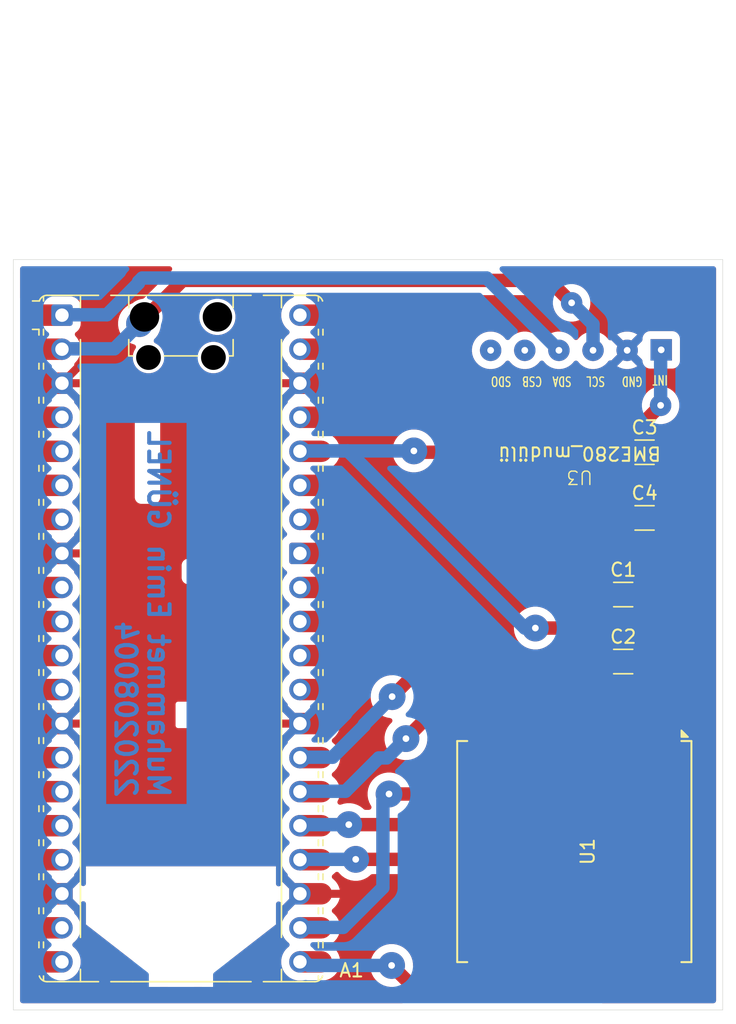
<source format=kicad_pcb>
(kicad_pcb (version 20241229) (generator "pcbnew") (generator_version "9.0")
  (layers (0 "F.Cu" signal "Front") (4 "In1.Cu" signal) (6 "In2.Cu" signal) (2 "B.Cu" signal "Back") (13 "F.Paste" user) (15 "B.Paste" user) (5 "F.SilkS" user "F.Silkscreen") (7 "B.SilkS" user "B.Silkscreen") (1 "F.Mask" user) (3 "B.Mask" user) (25 "Edge.Cuts" user))
  (net 0 "")
  (net 3 "Net-(A1-GPIO18)")
  (net 5 "GND")
  (net 8 "Net-(A1-GPIO16)")
  (net 10 "Net-(A1-GPIO20)")
  (net 12 "Net-(A1-GPIO21)")
  (net 13 "3.3V")
  (net 14 "Net-(A1-GPIO19)")
  (net 17 "Net-(A1-GPIO17)")
  (net 19 "Net-(A1-GPIO1)")
  (net 22 "Net-(A1-GPIO0)")
  (footprint "LibraryBME280:Untitled" (layer "F.Cu") (at 153.399 69.294153 180)
    (property "Reference" "U3" (at -3.05 -0.87 180) (layer "F.SilkS") (effects (font (thickness 0.1))))
    (property "Value" "BME280_mudülü" (at -3.05 0.9 180) (layer "F.SilkS"))
    (fp_text user "CSB" (at -0.3 6.7 180) (layer "F.SilkS") (effects (font (size 0.7 0.5) (thickness 0.1)) (justify left bottom)))
    (fp_text user "SDA" (at -2.5 6.7 180) (layer "F.SilkS") (effects (font (size 0.7 0.5) (thickness 0.1)) (justify left bottom)))
    (fp_text user "GND" (at -7.8 6.7 180) (layer "F.SilkS") (effects (font (size 0.7 0.5) (thickness 0.1)) (justify left bottom)))
    (fp_text user "SCL" (at -5 6.7 180) (layer "F.SilkS") (effects (font (size 0.7 0.5) (thickness 0.1)) (justify left bottom)))
    (fp_text user "INT" (at -9.7 6.8 180) (layer "F.SilkS") (effects (font (size 0.7 0.5) (thickness 0.1)) (justify left bottom)))
    (fp_text user "SDO" (at 2 6.7 180) (layer "F.SilkS") (effects (font (size 0.7 0.5) (thickness 0.1)) (justify left bottom)))
    (pad "1" thru_hole rect (at -9.144 8.636 270) (size 1.6 1.6) (drill 0.5) (layers "*.Cu" "*.Mask") (net 13 "3.3V"))
    (pad "2" thru_hole circle (at -4.05 8.6 270) (size 1.6 1.6) (drill 0.5) (layers "*.Cu" "*.Mask") (net 19 "Net-(A1-GPIO1)"))
    (pad "3" thru_hole circle (at -1.5 8.6 270) (size 1.6 1.6) (drill 0.5) (layers "*.Cu" "*.Mask") (net 22 "Net-(A1-GPIO0)"))
    (pad "4" thru_hole circle (at 3.6 8.6 270) (size 1.6 1.6) (drill 0.5) (layers "*.Cu" "*.Mask"))
    (pad "5" thru_hole circle (at 1.05 8.6 270) (size 1.6 1.6) (drill 0.5) (layers "*.Cu" "*.Mask"))
    (pad "6" thru_hole circle (at -6.6 8.6 270) (size 1.6 1.6) (drill 0.5) (layers "*.Cu" "*.Mask") (net 5 "GND"))
  )
  (footprint "Capacitor_SMD:C_1206_3216Metric_Pad1.33x1.80mm_HandSolder" (layer "F.Cu") (at 159.7025 78.92)
    (property "Reference" "C1" (at 0 -1.85 0) (layer "F.SilkS"))
    (property "Value" "100n")
    (pad "1" smd roundrect (at -1.5625 0) (size 1.325 1.8) (layers "F.Cu" "F.Mask" "F.Paste") (roundrect_rratio 0.188679) (net 13 "3.3V"))
    (pad "2" smd roundrect (at 1.5625 0) (size 1.325 1.8) (layers "F.Cu" "F.Mask" "F.Paste") (roundrect_rratio 0.188679) (net 5 "GND"))
  )
  (footprint "Capacitor_SMD:C_1206_3216Metric_Pad1.33x1.80mm_HandSolder" (layer "F.Cu") (at 161.3 68.3)
    (property "Reference" "C3" (at 0 -1.85 0) (layer "F.SilkS"))
    (property "Value" "100n")
    (pad "1" smd roundrect (at -1.5625 0) (size 1.325 1.8) (layers "F.Cu" "F.Mask" "F.Paste") (roundrect_rratio 0.188679) (net 13 "3.3V"))
    (pad "2" smd roundrect (at 1.5625 0) (size 1.325 1.8) (layers "F.Cu" "F.Mask" "F.Paste") (roundrect_rratio 0.188679) (net 5 "GND"))
  )
  (footprint "Module:RaspberryPi_Pico_Common_Unspecified" (layer "F.Cu") (at 126.66 82.2)
    (property "Reference" "A1" (at 11.7475 24.765 0) (layer "F.SilkS") (effects (justify left)))
    (property "Value" "RaspberryPi_Pico_W")
    (pad "" np_thru_hole circle (at -2.725 -24) (size 2.2 2.2) (drill 2.2) (layers "*.Mask"))
    (pad "" np_thru_hole circle (at -2.425 -20.97) (size 1.85 1.85) (drill 1.85) (layers "*.Mask"))
    (pad "" np_thru_hole circle (at 2.425 -20.97) (size 1.85 1.85) (drill 1.85) (layers "*.Mask"))
    (pad "" np_thru_hole circle (at 2.725 -24) (size 2.2 2.2) (drill 2.2) (layers "*.Mask"))
    (pad "1" smd custom (at -9.69 -24.13) (size 1.6 0.8) (layers "F.Cu" "F.Mask") (net 22 "Net-(A1-GPIO0)") (options (clearance outline) (anchor rect)) (primitives (gr_circle (center 0.8 0) (end 1.6 0) (width 0) (fill yes)) (gr_poly (pts (xy -1.6 -0.6) (xy -1.6 0.6) (xy -1.4 0.8) (xy 0.8 0.8) (xy 0.8 -0.8) (xy -1.4 -0.8)) (width 0) (fill yes)) (gr_circle (center -1.4 -0.6) (end -1.2 -0.6) (width 0) (fill yes)) (gr_circle (center -1.4 0.6) (end -1.2 0.6) (width 0) (fill yes))))
    (pad "1" thru_hole roundrect (at -8.89 -24.13) (size 1.6 1.6) (drill 1) (layers "*.Cu" "*.Mask") (roundrect_rratio 0.125) (net 22 "Net-(A1-GPIO0)"))
    (pad "2" smd roundrect (at -9.69 -21.59) (size 3.2 1.6) (layers "F.Cu" "F.Mask") (roundrect_rratio 0.5) (net 19 "Net-(A1-GPIO1)"))
    (pad "2" thru_hole circle (at -8.89 -21.59) (size 1.6 1.6) (drill 1) (layers "*.Cu" "*.Mask") (net 19 "Net-(A1-GPIO1)"))
    (pad "3" smd custom (at -9.69 -19.05) (size 1.6 0.8) (layers "F.Cu" "F.Mask") (net 5 "GND") (options (clearance outline) (anchor rect)) (primitives (gr_circle (center -0.8 0) (end 0 0) (width 0) (fill yes)) (gr_poly (pts (xy 1.6 -0.6) (xy 1.6 0.6) (xy 1.4 0.8) (xy -0.8 0.8) (xy -0.8 -0.8) (xy 1.4 -0.8)) (width 0) (fill yes)) (gr_circle (center 1.4 -0.6) (end 1.6 -0.6) (width 0) (fill yes)) (gr_circle (center 1.4 0.6) (end 1.6 0.6) (width 0) (fill yes))))
    (pad "3" thru_hole custom (at -8.89 -19.05) (size 1.6 1.6) (drill 1) (layers "*.Cu" "*.Mask") (net 5 "GND") (options (clearance outline) (anchor circle)) (primitives (gr_poly (pts (xy 0.8 0.6) (xy 0.8 -0.6) (xy 0.6 -0.8) (xy 0 -0.8) (xy 0 0.8) (xy 0.6 0.8)) (width 0) (fill yes)) (gr_circle (center 0.6 0.6) (end 0.8 0.6) (width 0) (fill yes)) (gr_circle (center 0.6 -0.6) (end 0.8 -0.6) (width 0) (fill yes))))
    (pad "4" smd roundrect (at -9.69 -16.51) (size 3.2 1.6) (layers "F.Cu" "F.Mask") (roundrect_rratio 0.5))
    (pad "4" thru_hole circle (at -8.89 -16.51) (size 1.6 1.6) (drill 1) (layers "*.Cu" "*.Mask"))
    (pad "5" smd roundrect (at -9.69 -13.97) (size 3.2 1.6) (layers "F.Cu" "F.Mask") (roundrect_rratio 0.5))
    (pad "5" thru_hole circle (at -8.89 -13.97) (size 1.6 1.6) (drill 1) (layers "*.Cu" "*.Mask"))
    (pad "6" smd roundrect (at -9.69 -11.43) (size 3.2 1.6) (layers "F.Cu" "F.Mask") (roundrect_rratio 0.5))
    (pad "6" thru_hole circle (at -8.89 -11.43) (size 1.6 1.6) (drill 1) (layers "*.Cu" "*.Mask"))
    (pad "7" smd roundrect (at -9.69 -8.89) (size 3.2 1.6) (layers "F.Cu" "F.Mask") (roundrect_rratio 0.5))
    (pad "7" thru_hole circle (at -8.89 -8.89) (size 1.6 1.6) (drill 1) (layers "*.Cu" "*.Mask"))
    (pad "8" smd custom (at -9.69 -6.35) (size 1.6 0.8) (layers "F.Cu" "F.Mask") (net 5 "GND") (options (clearance outline) (anchor rect)) (primitives (gr_circle (center -0.8 0) (end 0 0) (width 0) (fill yes)) (gr_poly (pts (xy 1.6 -0.6) (xy 1.6 0.6) (xy 1.4 0.8) (xy -0.8 0.8) (xy -0.8 -0.8) (xy 1.4 -0.8)) (width 0) (fill yes)) (gr_circle (center 1.4 -0.6) (end 1.6 -0.6) (width 0) (fill yes)) (gr_circle (center 1.4 0.6) (end 1.6 0.6) (width 0) (fill yes))))
    (pad "8" thru_hole custom (at -8.89 -6.35) (size 1.6 1.6) (drill 1) (layers "*.Cu" "*.Mask") (net 5 "GND") (options (clearance outline) (anchor circle)) (primitives (gr_poly (pts (xy 0.8 0.6) (xy 0.8 -0.6) (xy 0.6 -0.8) (xy 0 -0.8) (xy 0 0.8) (xy 0.6 0.8)) (width 0) (fill yes)) (gr_circle (center 0.6 0.6) (end 0.8 0.6) (width 0) (fill yes)) (gr_circle (center 0.6 -0.6) (end 0.8 -0.6) (width 0) (fill yes))))
    (pad "9" smd roundrect (at -9.69 -3.81) (size 3.2 1.6) (layers "F.Cu" "F.Mask") (roundrect_rratio 0.5))
    (pad "9" thru_hole circle (at -8.89 -3.81) (size 1.6 1.6) (drill 1) (layers "*.Cu" "*.Mask"))
    (pad "10" smd roundrect (at -9.69 -1.27) (size 3.2 1.6) (layers "F.Cu" "F.Mask") (roundrect_rratio 0.5))
    (pad "10" thru_hole circle (at -8.89 -1.27) (size 1.6 1.6) (drill 1) (layers "*.Cu" "*.Mask"))
    (pad "11" smd roundrect (at -9.69 1.27) (size 3.2 1.6) (layers "F.Cu" "F.Mask") (roundrect_rratio 0.5))
    (pad "11" thru_hole circle (at -8.89 1.27) (size 1.6 1.6) (drill 1) (layers "*.Cu" "*.Mask"))
    (pad "12" smd roundrect (at -9.69 3.81) (size 3.2 1.6) (layers "F.Cu" "F.Mask") (roundrect_rratio 0.5))
    (pad "12" thru_hole circle (at -8.89 3.81) (size 1.6 1.6) (drill 1) (layers "*.Cu" "*.Mask"))
    (pad "13" smd custom (at -9.69 6.35) (size 1.6 0.8) (layers "F.Cu" "F.Mask") (net 5 "GND") (options (clearance outline) (anchor rect)) (primitives (gr_circle (center -0.8 0) (end 0 0) (width 0) (fill yes)) (gr_poly (pts (xy 1.6 -0.6) (xy 1.6 0.6) (xy 1.4 0.8) (xy -0.8 0.8) (xy -0.8 -0.8) (xy 1.4 -0.8)) (width 0) (fill yes)) (gr_circle (center 1.4 -0.6) (end 1.6 -0.6) (width 0) (fill yes)) (gr_circle (center 1.4 0.6) (end 1.6 0.6) (width 0) (fill yes))))
    (pad "13" thru_hole custom (at -8.89 6.35) (size 1.6 1.6) (drill 1) (layers "*.Cu" "*.Mask") (net 5 "GND") (options (clearance outline) (anchor circle)) (primitives (gr_poly (pts (xy 0.8 0.6) (xy 0.8 -0.6) (xy 0.6 -0.8) (xy 0 -0.8) (xy 0 0.8) (xy 0.6 0.8)) (width 0) (fill yes)) (gr_circle (center 0.6 0.6) (end 0.8 0.6) (width 0) (fill yes)) (gr_circle (center 0.6 -0.6) (end 0.8 -0.6) (width 0) (fill yes))))
    (pad "14" smd roundrect (at -9.69 8.89) (size 3.2 1.6) (layers "F.Cu" "F.Mask") (roundrect_rratio 0.5))
    (pad "14" thru_hole circle (at -8.89 8.89) (size 1.6 1.6) (drill 1) (layers "*.Cu" "*.Mask"))
    (pad "15" smd roundrect (at -9.69 11.43) (size 3.2 1.6) (layers "F.Cu" "F.Mask") (roundrect_rratio 0.5))
    (pad "15" thru_hole circle (at -8.89 11.43) (size 1.6 1.6) (drill 1) (layers "*.Cu" "*.Mask"))
    (pad "16" smd roundrect (at -9.69 13.97) (size 3.2 1.6) (layers "F.Cu" "F.Mask") (roundrect_rratio 0.5))
    (pad "16" thru_hole circle (at -8.89 13.97) (size 1.6 1.6) (drill 1) (layers "*.Cu" "*.Mask"))
    (pad "17" smd roundrect (at -9.69 16.51) (size 3.2 1.6) (layers "F.Cu" "F.Mask") (roundrect_rratio 0.5))
    (pad "17" thru_hole circle (at -8.89 16.51) (size 1.6 1.6) (drill 1) (layers "*.Cu" "*.Mask"))
    (pad "18" smd custom (at -9.69 19.05) (size 1.6 0.8) (layers "F.Cu" "F.Mask") (net 5 "GND") (options (clearance outline) (anchor rect)) (primitives (gr_circle (center -0.8 0) (end 0 0) (width 0) (fill yes)) (gr_poly (pts (xy 1.6 -0.6) (xy 1.6 0.6) (xy 1.4 0.8) (xy -0.8 0.8) (xy -0.8 -0.8) (xy 1.4 -0.8)) (width 0) (fill yes)) (gr_circle (center 1.4 -0.6) (end 1.6 -0.6) (width 0) (fill yes)) (gr_circle (center 1.4 0.6) (end 1.6 0.6) (width 0) (fill yes))))
    (pad "18" thru_hole custom (at -8.89 19.05) (size 1.6 1.6) (drill 1) (layers "*.Cu" "*.Mask") (net 5 "GND") (options (clearance outline) (anchor circle)) (primitives (gr_poly (pts (xy 0.8 0.6) (xy 0.8 -0.6) (xy 0.6 -0.8) (xy 0 -0.8) (xy 0 0.8) (xy 0.6 0.8)) (width 0) (fill yes)) (gr_circle (center 0.6 0.6) (end 0.8 0.6) (width 0) (fill yes)) (gr_circle (center 0.6 -0.6) (end 0.8 -0.6) (width 0) (fill yes))))
    (pad "19" smd roundrect (at -9.69 21.59) (size 3.2 1.6) (layers "F.Cu" "F.Mask") (roundrect_rratio 0.5))
    (pad "19" thru_hole circle (at -8.89 21.59) (size 1.6 1.6) (drill 1) (layers "*.Cu" "*.Mask"))
    (pad "20" smd roundrect (at -9.69 24.13) (size 3.2 1.6) (layers "F.Cu" "F.Mask") (roundrect_rratio 0.5))
    (pad "20" thru_hole circle (at -8.89 24.13) (size 1.6 1.6) (drill 1) (layers "*.Cu" "*.Mask"))
    (pad "21" thru_hole circle (at 8.89 24.13) (size 1.6 1.6) (drill 1) (layers "*.Cu" "*.Mask") (net 8 "Net-(A1-GPIO16)"))
    (pad "21" smd roundrect (at 9.69 24.13) (size 3.2 1.6) (layers "F.Cu" "F.Mask") (roundrect_rratio 0.5) (net 8 "Net-(A1-GPIO16)"))
    (pad "22" thru_hole circle (at 8.89 21.59) (size 1.6 1.6) (drill 1) (layers "*.Cu" "*.Mask") (net 17 "Net-(A1-GPIO17)"))
    (pad "22" smd roundrect (at 9.69 21.59) (size 3.2 1.6) (layers "F.Cu" "F.Mask") (roundrect_rratio 0.5) (net 17 "Net-(A1-GPIO17)"))
    (pad "23" thru_hole custom (at 8.89 19.05) (size 1.6 1.6) (drill 1) (layers "*.Cu" "*.Mask") (net 5 "GND") (options (clearance outline) (anchor circle)) (primitives (gr_poly (pts (xy -0.8 0.6) (xy -0.8 -0.6) (xy -0.6 -0.8) (xy 0 -0.8) (xy 0 0.8) (xy -0.6 0.8)) (width 0) (fill yes)) (gr_circle (center -0.6 0.6) (end -0.4 0.6) (width 0) (fill yes)) (gr_circle (center -0.6 -0.6) (end -0.4 -0.6) (width 0) (fill yes))))
    (pad "23" smd custom (at 9.69 19.05) (size 1.6 0.8) (layers "F.Cu" "F.Mask") (net 5 "GND") (options (clearance outline) (anchor rect)) (primitives (gr_circle (center 0.8 0) (end 1.6 0) (width 0) (fill yes)) (gr_poly (pts (xy -1.6 -0.6) (xy -1.6 0.6) (xy -1.4 0.8) (xy 0.8 0.8) (xy 0.8 -0.8) (xy -1.4 -0.8)) (width 0) (fill yes)) (gr_circle (center -1.4 -0.6) (end -1.2 -0.6) (width 0) (fill yes)) (gr_circle (center -1.4 0.6) (end -1.2 0.6) (width 0) (fill yes))))
    (pad "24" thru_hole circle (at 8.89 16.51) (size 1.6 1.6) (drill 1) (layers "*.Cu" "*.Mask") (net 3 "Net-(A1-GPIO18)"))
    (pad "24" smd roundrect (at 9.69 16.51) (size 3.2 1.6) (layers "F.Cu" "F.Mask") (roundrect_rratio 0.5) (net 3 "Net-(A1-GPIO18)"))
    (pad "25" thru_hole circle (at 8.89 13.97) (size 1.6 1.6) (drill 1) (layers "*.Cu" "*.Mask") (net 14 "Net-(A1-GPIO19)"))
    (pad "25" smd roundrect (at 9.69 13.97) (size 3.2 1.6) (layers "F.Cu" "F.Mask") (roundrect_rratio 0.5) (net 14 "Net-(A1-GPIO19)"))
    (pad "26" thru_hole circle (at 8.89 11.43) (size 1.6 1.6) (drill 1) (layers "*.Cu" "*.Mask") (net 10 "Net-(A1-GPIO20)"))
    (pad "26" smd roundrect (at 9.69 11.43) (size 3.2 1.6) (layers "F.Cu" "F.Mask") (roundrect_rratio 0.5) (net 10 "Net-(A1-GPIO20)"))
    (pad "27" thru_hole circle (at 8.89 8.89) (size 1.6 1.6) (drill 1) (layers "*.Cu" "*.Mask") (net 12 "Net-(A1-GPIO21)"))
    (pad "27" smd roundrect (at 9.69 8.89) (size 3.2 1.6) (layers "F.Cu" "F.Mask") (roundrect_rratio 0.5) (net 12 "Net-(A1-GPIO21)"))
    (pad "28" thru_hole custom (at 8.89 6.35) (size 1.6 1.6) (drill 1) (layers "*.Cu" "*.Mask") (net 5 "GND") (options (clearance outline) (anchor circle)) (primitives (gr_poly (pts (xy -0.8 0.6) (xy -0.8 -0.6) (xy -0.6 -0.8) (xy 0 -0.8) (xy 0 0.8) (xy -0.6 0.8)) (width 0) (fill yes)) (gr_circle (center -0.6 0.6) (end -0.4 0.6) (width 0) (fill yes)) (gr_circle (center -0.6 -0.6) (end -0.4 -0.6) (width 0) (fill yes))))
    (pad "28" smd custom (at 9.69 6.35) (size 1.6 0.8) (layers "F.Cu" "F.Mask") (net 5 "GND") (options (clearance outline) (anchor rect)) (primitives (gr_circle (center 0.8 0) (end 1.6 0) (width 0) (fill yes)) (gr_poly (pts (xy -1.6 -0.6) (xy -1.6 0.6) (xy -1.4 0.8) (xy 0.8 0.8) (xy 0.8 -0.8) (xy -1.4 -0.8)) (width 0) (fill yes)) (gr_circle (center -1.4 -0.6) (end -1.2 -0.6) (width 0) (fill yes)) (gr_circle (center -1.4 0.6) (end -1.2 0.6) (width 0) (fill yes))))
    (pad "29" thru_hole circle (at 8.89 3.81) (size 1.6 1.6) (drill 1) (layers "*.Cu" "*.Mask"))
    (pad "29" smd roundrect (at 9.69 3.81) (size 3.2 1.6) (layers "F.Cu" "F.Mask") (roundrect_rratio 0.5))
    (pad "30" thru_hole circle (at 8.89 1.27) (size 1.6 1.6) (drill 1) (layers "*.Cu" "*.Mask"))
    (pad "30" smd roundrect (at 9.69 1.27) (size 3.2 1.6) (layers "F.Cu" "F.Mask") (roundrect_rratio 0.5))
    (pad "31" thru_hole circle (at 8.89 -1.27) (size 1.6 1.6) (drill 1) (layers "*.Cu" "*.Mask"))
    (pad "31" smd roundrect (at 9.69 -1.27) (size 3.2 1.6) (layers "F.Cu" "F.Mask") (roundrect_rratio 0.5))
    (pad "32" thru_hole circle (at 8.89 -3.81) (size 1.6 1.6) (drill 1) (layers "*.Cu" "*.Mask"))
    (pad "32" smd roundrect (at 9.69 -3.81) (size 3.2 1.6) (layers "F.Cu" "F.Mask") (roundrect_rratio 0.5))
    (pad "33" thru_hole custom (at 8.89 -6.35) (size 1.6 1.6) (drill 1) (layers "*.Cu" "*.Mask") (options (clearance outline) (anchor circle)) (primitives (gr_poly (pts (xy -0.8 0.6) (xy -0.8 -0.6) (xy -0.6 -0.8) (xy 0 -0.8) (xy 0 0.8) (xy -0.6 0.8)) (width 0) (fill yes)) (gr_circle (center -0.6 0.6) (end -0.4 0.6) (width 0) (fill yes)) (gr_circle (center -0.6 -0.6) (end -0.4 -0.6) (width 0) (fill yes))))
    (pad "33" smd custom (at 9.69 -6.35) (size 1.6 0.8) (layers "F.Cu" "F.Mask") (options (clearance outline) (anchor rect)) (primitives (gr_circle (center 0.8 0) (end 1.6 0) (width 0) (fill yes)) (gr_poly (pts (xy -1.6 -0.6) (xy -1.6 0.6) (xy -1.4 0.8) (xy 0.8 0.8) (xy 0.8 -0.8) (xy -1.4 -0.8)) (width 0) (fill yes)) (gr_circle (center -1.4 -0.6) (end -1.2 -0.6) (width 0) (fill yes)) (gr_circle (center -1.4 0.6) (end -1.2 0.6) (width 0) (fill yes))))
    (pad "34" thru_hole circle (at 8.89 -8.89) (size 1.6 1.6) (drill 1) (layers "*.Cu" "*.Mask"))
    (pad "34" smd roundrect (at 9.69 -8.89) (size 3.2 1.6) (layers "F.Cu" "F.Mask") (roundrect_rratio 0.5))
    (pad "35" thru_hole circle (at 8.89 -11.43) (size 1.6 1.6) (drill 1) (layers "*.Cu" "*.Mask"))
    (pad "35" smd roundrect (at 9.69 -11.43) (size 3.2 1.6) (layers "F.Cu" "F.Mask") (roundrect_rratio 0.5))
    (pad "36" thru_hole circle (at 8.89 -13.97) (size 1.6 1.6) (drill 1) (layers "*.Cu" "*.Mask") (net 13 "3.3V"))
    (pad "36" smd roundrect (at 9.69 -13.97) (size 3.2 1.6) (layers "F.Cu" "F.Mask") (roundrect_rratio 0.5) (net 13 "3.3V"))
    (pad "37" thru_hole circle (at 8.89 -16.51) (size 1.6 1.6) (drill 1) (layers "*.Cu" "*.Mask"))
    (pad "37" smd roundrect (at 9.69 -16.51) (size 3.2 1.6) (layers "F.Cu" "F.Mask") (roundrect_rratio 0.5))
    (pad "38" thru_hole custom (at 8.89 -19.05) (size 1.6 1.6) (drill 1) (layers "*.Cu" "*.Mask") (net 5 "GND") (options (clearance outline) (anchor circle)) (primitives (gr_poly (pts (xy -0.8 0.6) (xy -0.8 -0.6) (xy -0.6 -0.8) (xy 0 -0.8) (xy 0 0.8) (xy -0.6 0.8)) (width 0) (fill yes)) (gr_circle (center -0.6 0.6) (end -0.4 0.6) (width 0) (fill yes)) (gr_circle (center -0.6 -0.6) (end -0.4 -0.6) (width 0) (fill yes))))
    (pad "38" smd custom (at 9.69 -19.05) (size 1.6 0.8) (layers "F.Cu" "F.Mask") (net 5 "GND") (options (clearance outline) (anchor rect)) (primitives (gr_circle (center 0.8 0) (end 1.6 0) (width 0) (fill yes)) (gr_poly (pts (xy -1.6 -0.6) (xy -1.6 0.6) (xy -1.4 0.8) (xy 0.8 0.8) (xy 0.8 -0.8) (xy -1.4 -0.8)) (width 0) (fill yes)) (gr_circle (center -1.4 -0.6) (end -1.2 -0.6) (width 0) (fill yes)) (gr_circle (center -1.4 0.6) (end -1.2 0.6) (width 0) (fill yes))))
    (pad "39" thru_hole circle (at 8.89 -21.59) (size 1.6 1.6) (drill 1) (layers "*.Cu" "*.Mask"))
    (pad "39" smd roundrect (at 9.69 -21.59) (size 3.2 1.6) (layers "F.Cu" "F.Mask") (roundrect_rratio 0.5))
    (pad "40" thru_hole circle (at 8.89 -24.13) (size 1.6 1.6) (drill 1) (layers "*.Cu" "*.Mask"))
    (pad "40" smd roundrect (at 9.69 -24.13) (size 3.2 1.6) (layers "F.Cu" "F.Mask") (roundrect_rratio 0.5))
    (zone (net 0) (net_name "") (layers "F.Cu" "B.Cu" "In1.Cu" "In2.Cu" "F.Paste" "B.Paste") (name "Antenna Copper Keep Out") (connect_pads (clearance 0)) (min_thickness 0.254)
      (keepout (tracks not_allowed) (vias not_allowed) (pads not_allowed) (copperpour not_allowed) (footprints allowed))
      (fill (thermal_gap 0.508) (thermal_bridge_width 0.508))
      (polygon (pts (xy 124.26 107.189895) (xy 119.56 103.539895) (xy 119.56 99.2) (xy 133.76 99.2) (xy 133.76 103.539895) (xy 129.06 107.189895) (xy 129.06 108.2) (xy 124.26 108.2)))
    )
    (zone (net 0) (net_name "") (layers "F.Cu" "F.Paste") (name "Pad Keep Out D1-W") (connect_pads (clearance 0)) (min_thickness 0.25)
      (keepout (tracks not_allowed) (vias not_allowed) (pads not_allowed) (copperpour not_allowed) (footprints allowed))
      (fill (thermal_gap 0.5) (thermal_bridge_width 0.5))
      (polygon (pts (xy 126.288778 87.000398) (xy 126.344498 86.944678) (xy 126.4173 86.914522) (xy 126.4567 86.9126) (xy 127.2441 86.9126) (xy 127.2441 88.8874) (xy 126.4567 88.8874) (xy 126.4173 88.885478) (xy 126.344498 88.855322) (xy 126.288778 88.799602) (xy 126.258622 88.7268) (xy 126.2567 88.6874) (xy 126.2567 87.1126) (xy 126.258622 87.0732)))
    )
    (zone (net 0) (net_name "") (layers "F.Cu" "F.Paste") (name "Pad Keep Out D1-W") (connect_pads (clearance 0)) (min_thickness 0.25)
      (keepout (tracks not_allowed) (vias not_allowed) (pads not_allowed) (copperpour not_allowed) (footprints allowed))
      (fill (thermal_gap 0.5) (thermal_bridge_width 0.5))
      (polygon (pts (xy 128.0315 88.8874) (xy 127.2441 88.8874) (xy 127.2441 86.9126) (xy 128.0315 86.9126) (xy 128.0709 86.914522) (xy 128.143702 86.944677) (xy 128.199423 87.000398) (xy 128.229578 87.0732) (xy 128.2315 87.1126) (xy 128.2315 88.6874) (xy 128.229578 88.7268) (xy 128.199423 88.799602) (xy 128.143702 88.855323) (xy 128.0709 88.885478)))
    )
    (zone (net 0) (net_name "") (layers "F.Cu" "F.Paste") (name "Pad Keep Out TP6") (connect_pads (clearance 0)) (min_thickness 0.25)
      (keepout (tracks not_allowed) (vias not_allowed) (pads not_allowed) (copperpour not_allowed) (footprints allowed))
      (fill (thermal_gap 0.5) (thermal_bridge_width 0.5))
      (polygon (pts (xy 123.644455 72.147861) (xy 123.517833 72.113932) (xy 123.404306 72.048388) (xy 123.311612 71.955694) (xy 123.246068 71.842167) (xy 123.212139 71.715545) (xy 123.21 71.65) (xy 123.21 67.95) (xy 125.11 67.95) (xy 125.11 71.65) (xy 125.107861 71.715545) (xy 125.073932 71.842167) (xy 125.008388 71.955694) (xy 124.915694 72.048388) (xy 124.802167 72.113932) (xy 124.675545 72.147861) (xy 124.61 72.15) (xy 123.71 72.15)))
    )
    (zone (net 0) (net_name "") (layers "F.Cu" "F.Paste") (name "Pad Keep Out TP3") (connect_pads (clearance 0)) (min_thickness 0.25)
      (keepout (tracks not_allowed) (vias not_allowed) (pads not_allowed) (copperpour not_allowed) (footprints allowed))
      (fill (thermal_gap 0.5) (thermal_bridge_width 0.5))
      (polygon (pts (xy 124.712139 57.384455) (xy 124.746068 57.257833) (xy 124.811612 57.144306) (xy 124.904306 57.051612) (xy 125.017833 56.986068) (xy 125.144455 56.952139) (xy 125.21 56.95) (xy 125.66 56.95) (xy 125.66 58.85) (xy 125.21 58.85) (xy 125.144455 58.847861) (xy 125.017833 58.813932) (xy 124.904306 58.748388) (xy 124.811612 58.655694) (xy 124.746068 58.542167) (xy 124.712139 58.415545) (xy 124.71 58.35) (xy 124.71 57.45)))
    )
    (zone (net 0) (net_name "") (layers "F.Cu" "F.Paste") (name "Pad Keep Out TP4") (connect_pads (clearance 0)) (min_thickness 0.25)
      (keepout (tracks not_allowed) (vias not_allowed) (pads not_allowed) (copperpour not_allowed) (footprints allowed))
      (fill (thermal_gap 0.5) (thermal_bridge_width 0.5))
      (polygon (pts (xy 125.11 67.95) (xy 125.11 64.25) (xy 125.107861 64.184455) (xy 125.073933 64.057833) (xy 125.008388 63.944306) (xy 124.915694 63.851612) (xy 124.802167 63.786067) (xy 124.675545 63.752139) (xy 124.61 63.75) (xy 123.71 63.75) (xy 123.644455 63.752139) (xy 123.517833 63.786067) (xy 123.404306 63.851612) (xy 123.311612 63.944306) (xy 123.246067 64.057833) (xy 123.212139 64.184455) (xy 123.21 64.25) (xy 123.21 67.95)))
    )
    (zone (net 0) (net_name "") (layers "F.Cu" "F.Paste") (name "Pad Keep Out TP3") (connect_pads (clearance 0)) (min_thickness 0.25)
      (keepout (tracks not_allowed) (vias not_allowed) (pads not_allowed) (copperpour not_allowed) (footprints allowed))
      (fill (thermal_gap 0.5) (thermal_bridge_width 0.5))
      (polygon (pts (xy 125.66 58.85) (xy 126.11 58.85) (xy 126.175545 58.847861) (xy 126.302167 58.813933) (xy 126.415694 58.748388) (xy 126.508388 58.655694) (xy 126.573933 58.542167) (xy 126.607861 58.415545) (xy 126.61 58.35) (xy 126.61 57.45) (xy 126.607861 57.384455) (xy 126.573933 57.257833) (xy 126.508388 57.144306) (xy 126.415694 57.051612) (xy 126.302167 56.986067) (xy 126.175545 56.952139) (xy 126.11 56.95) (xy 125.66 56.95)))
    )
    (zone (net 0) (net_name "") (layers "F.Cu" "F.Paste") (name "Pad Keep Out TP1") (connect_pads (clearance 0)) (min_thickness 0.25)
      (keepout (tracks not_allowed) (vias not_allowed) (pads not_allowed) (copperpour not_allowed) (footprints allowed))
      (fill (thermal_gap 0.5) (thermal_bridge_width 0.5))
      (polygon (pts (xy 125.712139 60.684455) (xy 125.746068 60.557833) (xy 125.811612 60.444306) (xy 125.904306 60.351612) (xy 126.017833 60.286068) (xy 126.144455 60.252139) (xy 126.21 60.25) (xy 126.66 60.25) (xy 126.66 62.15) (xy 126.21 62.15) (xy 126.144455 62.147861) (xy 126.017833 62.113932) (xy 125.904306 62.048388) (xy 125.811612 61.955694) (xy 125.746068 61.842167) (xy 125.712139 61.715545) (xy 125.71 61.65) (xy 125.71 60.75)))
    )
    (zone (net 0) (net_name "") (layers "F.Cu" "F.Paste") (name "Pad Keep Out TP1") (connect_pads (clearance 0)) (min_thickness 0.25)
      (keepout (tracks not_allowed) (vias not_allowed) (pads not_allowed) (copperpour not_allowed) (footprints allowed))
      (fill (thermal_gap 0.5) (thermal_bridge_width 0.5))
      (polygon (pts (xy 126.66 62.15) (xy 127.11 62.15) (xy 127.175545 62.147861) (xy 127.302167 62.113933) (xy 127.415694 62.048388) (xy 127.508388 61.955694) (xy 127.573933 61.842167) (xy 127.607861 61.715545) (xy 127.61 61.65) (xy 127.61 60.75) (xy 127.607861 60.684455) (xy 127.573933 60.557833) (xy 127.508388 60.444306) (xy 127.415694 60.351612) (xy 127.302167 60.286067) (xy 127.175545 60.252139) (xy 127.11 60.25) (xy 126.66 60.25)))
    )
    (zone (net 0) (net_name "") (layers "F.Cu" "F.Paste") (name "Pad Keep Out TP2") (connect_pads (clearance 0)) (min_thickness 0.25)
      (keepout (tracks not_allowed) (vias not_allowed) (pads not_allowed) (copperpour not_allowed) (footprints allowed))
      (fill (thermal_gap 0.5) (thermal_bridge_width 0.5))
      (polygon (pts (xy 126.712139 57.399455) (xy 126.746068 57.272833) (xy 126.811612 57.159306) (xy 126.904306 57.066612) (xy 127.017833 57.001068) (xy 127.144455 56.967139) (xy 127.21 56.965) (xy 127.66 56.965) (xy 127.66 58.865) (xy 127.21 58.865) (xy 127.144455 58.862861) (xy 127.017833 58.828932) (xy 126.904306 58.763388) (xy 126.811612 58.670694) (xy 126.746068 58.557167) (xy 126.712139 58.430545) (xy 126.71 58.365) (xy 126.71 57.465)))
    )
    (zone (net 0) (net_name "") (layers "F.Cu" "F.Paste") (name "Pad Keep Out TP7") (connect_pads (clearance 0)) (min_thickness 0.25)
      (keepout (tracks not_allowed) (vias not_allowed) (pads not_allowed) (copperpour not_allowed) (footprints allowed))
      (fill (thermal_gap 0.5) (thermal_bridge_width 0.5))
      (polygon (pts (xy 126.712139 76.684455) (xy 126.746068 76.557833) (xy 126.811612 76.444306) (xy 126.904306 76.351612) (xy 127.017833 76.286068) (xy 127.144455 76.252139) (xy 127.21 76.25) (xy 127.66 76.25) (xy 127.66 78.15) (xy 127.21 78.15) (xy 127.144455 78.147861) (xy 127.017833 78.113932) (xy 126.904306 78.048388) (xy 126.811612 77.955694) (xy 126.746068 77.842167) (xy 126.712139 77.715545) (xy 126.71 77.65) (xy 126.71 76.75)))
    )
    (zone (net 0) (net_name "") (layers "F.Cu" "F.Paste") (name "Pad Keep Out TP2") (connect_pads (clearance 0)) (min_thickness 0.25)
      (keepout (tracks not_allowed) (vias not_allowed) (pads not_allowed) (copperpour not_allowed) (footprints allowed))
      (fill (thermal_gap 0.5) (thermal_bridge_width 0.5))
      (polygon (pts (xy 127.66 58.865) (xy 128.11 58.865) (xy 128.175545 58.862861) (xy 128.302167 58.828933) (xy 128.415694 58.763388) (xy 128.508388 58.670694) (xy 128.573933 58.557167) (xy 128.607861 58.430545) (xy 128.61 58.365) (xy 128.61 57.465) (xy 128.607861 57.399455) (xy 128.573933 57.272833) (xy 128.508388 57.159306) (xy 128.415694 57.066612) (xy 128.302167 57.001067) (xy 128.175545 56.967139) (xy 128.11 56.965) (xy 127.66 56.965)))
    )
    (zone (net 0) (net_name "") (layers "F.Cu" "F.Paste") (name "Pad Keep Out TP7") (connect_pads (clearance 0)) (min_thickness 0.25)
      (keepout (tracks not_allowed) (vias not_allowed) (pads not_allowed) (copperpour not_allowed) (footprints allowed))
      (fill (thermal_gap 0.5) (thermal_bridge_width 0.5))
      (polygon (pts (xy 127.66 78.15) (xy 128.11 78.15) (xy 128.175545 78.147861) (xy 128.302167 78.113933) (xy 128.415694 78.048388) (xy 128.508388 77.955694) (xy 128.573933 77.842167) (xy 128.607861 77.715545) (xy 128.61 77.65) (xy 128.61 76.75) (xy 128.607861 76.684455) (xy 128.573933 76.557833) (xy 128.508388 76.444306) (xy 128.415694 76.351612) (xy 128.302167 76.286067) (xy 128.175545 76.252139) (xy 128.11 76.25) (xy 127.66 76.25)))
    )
    (zone (net 0) (net_name "") (layers "F.Cu" "F.Paste") (name "Pad Keep Out D2") (connect_pads (clearance 0)) (min_thickness 0.25)
      (keepout (tracks not_allowed) (vias not_allowed) (pads not_allowed) (copperpour not_allowed) (footprints allowed))
      (fill (thermal_gap 0.5) (thermal_bridge_width 0.5))
      (polygon (pts (xy 126.06 105.1) (xy 126.66 105.1) (arc (start 126.66 108.7) (mid 125.952893 108.407107) (end 125.66 107.7)) (xy 125.66 105.5) (xy 125.662193 105.436994) (xy 125.701133 105.317148) (xy 125.775201 105.215201) (xy 125.877148 105.141133) (xy 125.996994 105.102193)))
    )
    (zone (net 0) (net_name "") (layers "F.Cu" "F.Paste") (name "Pad Keep Out D2") (connect_pads (clearance 0)) (min_thickness 0.25)
      (keepout (tracks not_allowed) (vias not_allowed) (pads not_allowed) (copperpour not_allowed) (footprints allowed))
      (fill (thermal_gap 0.5) (thermal_bridge_width 0.5))
      (polygon (pts (xy 127.26 105.1) (xy 127.322964 105.102462) (xy 127.442728 105.141376) (xy 127.544606 105.215394) (xy 127.618624 105.317272) (xy 127.657538 105.437036) (xy 127.66 105.5) (arc (start 127.66 107.7) (mid 127.367107 108.407107) (end 126.66 108.7)) (xy 126.66 105.1)))
    )
    (zone (net 0) (net_name "") (layers "F.Cu" "F.Paste") (name "Pad Keep Out D2-W") (connect_pads (clearance 0)) (min_thickness 0.254)
      (keepout (tracks not_allowed) (vias not_allowed) (pads not_allowed) (copperpour not_allowed) (footprints allowed))
      (fill (thermal_gap 0.508) (thermal_bridge_width 0.508))
      (polygon (pts (xy 130.776278 87.9) (xy 130.757382 87.707285) (xy 130.701414 87.52191) (xy 130.610506 87.350937) (xy 130.48812 87.200877) (xy 130.338919 87.077447) (xy 130.168584 86.985348) (xy 129.983605 86.928087) (xy 129.791027 86.907846) (xy 129.598184 86.925396) (xy 129.412424 86.980069) (xy 129.24082 87.069781) (xy 129.089909 87.191116) (xy 128.965441 87.339452) (xy 128.872154 87.50914) (xy 128.813603 87.693715) (xy 128.792019 87.886147) (xy 128.808222 88.079107) (xy 128.861596 88.265245) (xy 128.950108 88.437471) (xy 129.070387 88.589225) (xy 129.217851 88.714726) (xy 129.386882 88.809195) (xy 129.571044 88.869033) (xy 129.763321 88.89196) (xy 129.95639 88.877105) (xy 130.142896 88.825031) (xy 130.315736 88.737724) (xy 130.468325 88.618507) (xy 130.594853 88.471923) (xy 130.6905 88.303555) (xy 130.751622 88.119816) (xy 130.775891 87.927703)))
    )
    (zone (net 0) (net_name "") (layers "F.Cu" "F.Paste") (name "Pad Keep Out D3-W") (connect_pads (clearance 0)) (min_thickness 0.254)
      (keepout (tracks not_allowed) (vias not_allowed) (pads not_allowed) (copperpour not_allowed) (footprints allowed))
      (fill (thermal_gap 0.508) (thermal_bridge_width 0.508))
      (polygon (pts (xy 133.316278 87.9) (xy 133.297382 87.707285) (xy 133.241414 87.52191) (xy 133.150506 87.350937) (xy 133.02812 87.200877) (xy 132.878919 87.077447) (xy 132.708584 86.985348) (xy 132.523605 86.928087) (xy 132.331027 86.907846) (xy 132.138184 86.925396) (xy 131.952424 86.980069) (xy 131.78082 87.069781) (xy 131.629909 87.191116) (xy 131.505441 87.339452) (xy 131.412154 87.50914) (xy 131.353603 87.693715) (xy 131.332019 87.886147) (xy 131.348222 88.079107) (xy 131.401596 88.265245) (xy 131.490108 88.437471) (xy 131.610387 88.589225) (xy 131.757851 88.714726) (xy 131.926882 88.809195) (xy 132.111044 88.869033) (xy 132.303321 88.89196) (xy 132.49639 88.877105) (xy 132.682896 88.825031) (xy 132.855736 88.737724) (xy 133.008325 88.618507) (xy 133.134853 88.471923) (xy 133.2305 88.303555) (xy 133.291622 88.119816) (xy 133.315891 87.927703)))
    )
    (zone (net 0) (net_name "") (layers "F.Cu" "F.Paste") (name "Pad Keep Out D1") (connect_pads (clearance 0)) (min_thickness 0.25)
      (keepout (tracks not_allowed) (vias not_allowed) (pads not_allowed) (copperpour not_allowed) (footprints allowed))
      (fill (thermal_gap 0.5) (thermal_bridge_width 0.5))
      (polygon (pts (arc (start 123.12 107.7) (mid 123.412893 108.407107) (end 124.12 108.7)) (arc (start 124.12 105.1) (mid 123.412893 105.392893) (end 123.12 106.1))))
    )
    (zone (net 0) (net_name "") (layers "F.Cu" "F.Paste") (name "Pad Keep Out D1") (connect_pads (clearance 0)) (min_thickness 0.25)
      (keepout (tracks not_allowed) (vias not_allowed) (pads not_allowed) (copperpour not_allowed) (footprints allowed))
      (fill (thermal_gap 0.5) (thermal_bridge_width 0.5))
      (polygon (pts (arc (start 124.12 108.7) (mid 124.827107 108.407107) (end 125.12 107.7)) (arc (start 125.12 106.1) (mid 124.827107 105.392893) (end 124.12 105.1))))
    )
    (zone (net 0) (net_name "") (layers "F.Cu" "F.Paste") (name "Pad Keep Out D3") (connect_pads (clearance 0)) (min_thickness 0.25)
      (keepout (tracks not_allowed) (vias not_allowed) (pads not_allowed) (copperpour not_allowed) (footprints allowed))
      (fill (thermal_gap 0.5) (thermal_bridge_width 0.5))
      (polygon (pts (arc (start 128.200141 107.699925) (mid 128.493034 108.407032) (end 129.200141 108.699925)) (arc (start 129.200141 105.099925) (mid 128.493034 105.392818) (end 128.200141 106.099925))))
    )
    (zone (net 0) (net_name "") (layers "F.Cu" "F.Paste") (name "Pad Keep Out D3") (connect_pads (clearance 0)) (min_thickness 0.25)
      (keepout (tracks not_allowed) (vias not_allowed) (pads not_allowed) (copperpour not_allowed) (footprints allowed))
      (fill (thermal_gap 0.5) (thermal_bridge_width 0.5))
      (polygon (pts (arc (start 129.200141 108.699925) (mid 129.907248 108.407032) (end 130.200141 107.699925)) (arc (start 130.200141 106.099925) (mid 129.907248 105.392818) (end 129.200141 105.099925))))
    )
  )
  (footprint "Capacitor_SMD:C_1206_3216Metric_Pad1.33x1.80mm_HandSolder" (layer "F.Cu") (at 161.3 73.2)
    (property "Reference" "C4" (at 0 -1.85 0) (layer "F.SilkS"))
    (property "Value" "10u")
    (pad "1" smd roundrect (at -1.5625 0) (size 1.325 1.8) (layers "F.Cu" "F.Mask" "F.Paste") (roundrect_rratio 0.188679) (net 13 "3.3V"))
    (pad "2" smd roundrect (at 1.5625 0) (size 1.325 1.8) (layers "F.Cu" "F.Mask" "F.Paste") (roundrect_rratio 0.188679) (net 5 "GND"))
  )
  (footprint "Capacitor_SMD:C_1206_3216Metric_Pad1.33x1.80mm_HandSolder" (layer "F.Cu") (at 159.7025 83.92)
    (property "Reference" "C2" (at 0 -1.85 0) (layer "F.SilkS"))
    (property "Value" "10u")
    (pad "1" smd roundrect (at -1.5625 0) (size 1.325 1.8) (layers "F.Cu" "F.Mask" "F.Paste") (roundrect_rratio 0.188679) (net 13 "3.3V"))
    (pad "2" smd roundrect (at 1.5625 0) (size 1.325 1.8) (layers "F.Cu" "F.Mask" "F.Paste") (roundrect_rratio 0.188679) (net 5 "GND"))
  )
  (footprint "Library:Ai-Thinker-Ra-01-LoRa" (layer "F.Cu") (at 156.05 98.1 -90)
    (property "Reference" "U1" (at 0 -1 90) (layer "F.SilkS"))
    (property "Value" "Ai-Thinker-Ra-01")
    (pad "1" smd rect (at -8 -7.35 270) (size 2 1.5) (layers "F.Cu" "F.Mask" "F.Paste"))
    (pad "2" smd rect (at -8 -5 270) (size 2 1.5) (layers "F.Cu" "F.Mask" "F.Paste") (net 5 "GND"))
    (pad "3" smd rect (at -8 -3 270) (size 2 1.5) (layers "F.Cu" "F.Mask" "F.Paste") (net 13 "3.3V"))
    (pad "4" smd rect (at -8 -1 270) (size 2 1.5) (layers "F.Cu" "F.Mask" "F.Paste") (net 12 "Net-(A1-GPIO21)"))
    (pad "5" smd rect (at -8 1 270) (size 2 1.5) (layers "F.Cu" "F.Mask" "F.Paste") (net 10 "Net-(A1-GPIO20)"))
    (pad "6" smd rect (at -8 3 270) (size 2 1.5) (layers "F.Cu" "F.Mask" "F.Paste"))
    (pad "7" smd rect (at -8 5 270) (size 2 1.5) (layers "F.Cu" "F.Mask" "F.Paste"))
    (pad "8" smd rect (at -8 7.5 270) (size 2 1.5) (layers "F.Cu" "F.Mask" "F.Paste"))
    (pad "9" smd rect (at 8.55 7.5 270) (size 2 1.5) (layers "F.Cu" "F.Mask" "F.Paste") (net 5 "GND"))
    (pad "10" smd rect (at 8.45 5 270) (size 2 1.5) (layers "F.Cu" "F.Mask" "F.Paste"))
    (pad "11" smd rect (at 8.45 3 270) (size 2 1.5) (layers "F.Cu" "F.Mask" "F.Paste"))
    (pad "12" smd rect (at 8.45 1 270) (size 2 1.5) (layers "F.Cu" "F.Mask" "F.Paste") (net 3 "Net-(A1-GPIO18)"))
    (pad "13" smd rect (at 8.45 -1 270) (size 2 1.5) (layers "F.Cu" "F.Mask" "F.Paste") (net 8 "Net-(A1-GPIO16)"))
    (pad "14" smd rect (at 8.45 -3 270) (size 2 1.5) (layers "F.Cu" "F.Mask" "F.Paste") (net 14 "Net-(A1-GPIO19)"))
    (pad "15" smd rect (at 8.45 -5 270) (size 2 1.5) (layers "F.Cu" "F.Mask" "F.Paste") (net 17 "Net-(A1-GPIO17)"))
    (pad "16" smd rect (at 8.45 -7.4 270) (size 2 1.5) (layers "F.Cu" "F.Mask" "F.Paste") (net 5 "GND"))
  )
  (gr_line (start 114.14 54.92) (end 114.14 109.92) (stroke (width 0.0381)) (layer "Edge.Cuts"))
  (gr_line (start 114.14 53.92) (end 114.14 54.92) (stroke (width 0.0381)) (layer "Edge.Cuts"))
  (gr_line (start 167.14 53.92) (end 114.14 53.92) (stroke (width 0.0381)) (layer "Edge.Cuts"))
  (gr_line (start 114.14 109.92) (end 167.14 109.92) (stroke (width 0.0381)) (layer "Edge.Cuts"))
  (gr_line (start 167.14 109.92) (end 167.14 53.92) (stroke (width 0.0381)) (layer "Edge.Cuts"))
  (gr_text "Muhammet Emin GÜNEL\n220208004" (at 121.6328 94.2106 270) (layer "B.Cu") (effects (font (size 1.524 1.524) (thickness 0.3048) (bold yes)) (justify left bottom mirror)))
  (segment (start 155.14 104.42) (end 155.14 106.42) (width 1) (layer "F.Cu") (net 3))
  (segment (start 139.7176 98.681) (end 149.401 98.681) (width 1) (layer "F.Cu") (net 3))
  (segment (start 149.401 98.681) (end 155.14 104.42) (width 1) (layer "F.Cu") (net 3))
  (via (at 139.7176 98.681) (size 2) (drill 0.5) (layers "F.Cu" "B.Cu") (net 3))
  (segment (start 135.901 98.681) (end 135.9 98.68) (width 1) (layer "B.Cu") (net 3))
  (segment (start 139.7176 98.681) (end 135.901 98.681) (width 1) (layer "B.Cu") (net 3))
  (segment (start 162.5493 68.5118) (end 162.6375 68.6) (width 0.127) (layer "F.Cu") (net 5))
  (segment (start 144.5902 108.7902) (end 156.7598 108.7902) (width 1) (layer "F.Cu") (net 8))
  (segment (start 156.7598 108.7902) (end 157.14 108.41) (width 1) (layer "F.Cu") (net 8))
  (segment (start 157.14 108.41) (end 157.14 106.42) (width 1) (layer "F.Cu") (net 8))
  (segment (start 142.4 106.6) (end 144.5902 108.7902) (width 1) (layer "F.Cu") (net 8))
  (via (at 142.4 106.6) (size 2) (drill 0.5) (layers "F.Cu" "B.Cu") (net 8))
  (segment (start 142.4 106.6) (end 136.2 106.6) (width 1) (layer "B.Cu") (net 8))
  (segment (start 136.2 106.6) (end 135.9 106.3) (width 1) (layer "B.Cu") (net 8))
  (segment (start 154.6 87) (end 155.05 87.45) (width 1) (layer "F.Cu") (net 10))
  (segment (start 155.05 87.45) (end 155.05 90.1) (width 1) (layer "F.Cu") (net 10))
  (segment (start 146.1408 87) (end 154.6 87) (width 1) (layer "F.Cu") (net 10))
  (segment (start 143.4704 89.6704) (end 146.1408 87) (width 1) (layer "F.Cu") (net 10))
  (via (at 143.4704 89.6704) (size 2) (drill 0.5) (layers "F.Cu" "B.Cu") (net 10))
  (segment (start 138.9566 93.6) (end 135.9 93.6) (width 1) (layer "B.Cu") (net 10))
  (segment (start 142.029 91.1118) (end 141.4448 91.1118) (width 1) (layer "B.Cu") (net 10))
  (segment (start 143.4704 89.6704) (end 142.029 91.1118) (width 1) (layer "B.Cu") (net 10))
  (segment (start 141.4448 91.1118) (end 138.9566 93.6) (width 1) (layer "B.Cu") (net 10))
  (segment (start 142.4376 86.5376) (end 143.7054 85.2698) (width 1) (layer "F.Cu") (net 12))
  (segment (start 143.7054 85.2698) (end 155.7698 85.2698) (width 1) (layer "F.Cu") (net 12))
  (segment (start 155.7698 85.2698) (end 157.14 86.64) (width 1) (layer "F.Cu") (net 12))
  (segment (start 157.14 86.64) (end 157.14 90.42) (width 1) (layer "F.Cu") (net 12))
  (via (at 142.4376 86.5376) (size 2) (drill 0.5) (layers "F.Cu" "B.Cu") (net 12))
  (segment (start 137.9914 91.06) (end 135.9 91.06) (width 1) (layer "B.Cu") (net 12))
  (segment (start 140.3526 88.6226) (end 140.3526 88.6988) (width 1) (layer "B.Cu") (net 12))
  (segment (start 142.4376 86.5376) (end 140.3526 88.6226) (width 1) (layer "B.Cu") (net 12))
  (segment (start 140.3526 88.6988) (end 137.9914 91.06) (width 1) (layer "B.Cu") (net 12))
  (segment (start 159.7375 68.3) (end 159.7375 67.5625) (width 1) (layer "F.Cu") (net 13))
  (segment (start 158.14 84.69) (end 159.14 85.69) (width 1) (layer "F.Cu") (net 13))
  (segment (start 159.7175 70.68) (end 159.7375 70.7) (width 1) (layer "F.Cu") (net 13))
  (segment (start 159.7375 68.3) (end 159.7375 70.7) (width 1) (layer "F.Cu") (net 13))
  (segment (start 144.062 68.2) (end 144.162 68.3) (width 1) (layer "F.Cu") (net 13))
  (segment (start 159.7375 67.5625) (end 162.5 64.8) (width 1) (layer "F.Cu") (net 13))
  (segment (start 159.7375 70.7) (end 159.7375 73.2) (width 1) (layer "F.Cu") (net 13))
  (segment (start 153.14 81.42) (end 158.14 81.42) (width 1) (layer "F.Cu") (net 13))
  (segment (start 158.14 83.92) (end 158.14 84.69) (width 1) (layer "F.Cu") (net 13))
  (segment (start 158.14 81.42) (end 158.14 78.92) (width 1) (layer "F.Cu") (net 13))
  (segment (start 159.14 85.69) (end 159.14 90.42) (width 1) (layer "F.Cu") (net 13))
  (segment (start 144.162 68.3) (end 159.7375 68.3) (width 1) (layer "F.Cu") (net 13))
  (segment (start 158.14 83.92) (end 158.14 81.42) (width 1) (layer "F.Cu") (net 13))
  (via (at 144.062 68.2) (size 2) (drill 0.5) (layers "F.Cu" "B.Cu") (net 13))
  (via (at 153.14 81.42) (size 2) (drill 0.5) (layers "F.Cu" "B.Cu") (net 13))
  (via (at 162.5 64.8) (size 1.6) (drill 0.5) (layers "F.Cu" "B.Cu") (net 13))
  (segment (start 135.9 68.2) (end 144.062 68.2) (width 1) (layer "B.Cu") (net 13))
  (segment (start 153.14 81.42) (end 152.3524 81.42) (width 1) (layer "B.Cu") (net 13))
  (segment (start 152.3524 81.42) (end 139.1324 68.2) (width 1) (layer "B.Cu") (net 13))
  (segment (start 162.5 64.8) (end 162.5 60.701153) (width 1) (layer "B.Cu") (net 13))
  (segment (start 139.1324 68.2) (end 135.9 68.2) (width 1) (layer "B.Cu") (net 13))
  (segment (start 162.5 60.701153) (end 162.543 60.658153) (width 1) (layer "B.Cu") (net 13))
  (segment (start 139.2 96.0902) (end 150.8102 96.0902) (width 1) (layer "F.Cu") (net 14))
  (segment (start 150.8102 96.0902) (end 159.14 104.42) (width 1) (layer "F.Cu") (net 14))
  (segment (start 159.14 104.42) (end 159.14 106.42) (width 1) (layer "F.Cu") (net 14))
  (via (at 139.2 96.0902) (size 2) (drill 0.5) (layers "F.Cu" "B.Cu") (net 14))
  (segment (start 135.9498 96.0902) (end 135.9 96.14) (width 1) (layer "B.Cu") (net 14))
  (segment (start 139.2 96.0902) (end 135.9498 96.0902) (width 1) (layer "B.Cu") (net 14))
  (segment (start 152.4176 93.8042) (end 161.14 102.5266) (width 1) (layer "F.Cu") (net 17))
  (segment (start 161.14 102.5266) (end 161.14 106.42) (width 1) (layer "F.Cu") (net 17))
  (segment (start 142.2068 93.8042) (end 152.4176 93.8042) (width 1) (layer "F.Cu") (net 17))
  (via (at 142.2068 93.8042) (size 2) (drill 0.5) (layers "F.Cu" "B.Cu") (net 17))
  (segment (start 141.7496 100.7892) (end 138.7788 103.76) (width 1) (layer "B.Cu") (net 17))
  (segment (start 141.7496 94.2614) (end 141.7496 100.7892) (width 1) (layer "B.Cu") (net 17))
  (segment (start 138.7788 103.76) (end 135.9 103.76) (width 1) (layer "B.Cu") (net 17))
  (segment (start 142.2068 93.8042) (end 141.7496 94.2614) (width 1) (layer "B.Cu") (net 17))
  (segment (start 154.1756 55.4756) (end 126.789 55.4756) (width 1) (layer "F.Cu") (net 19))
  (segment (start 126.789 55.4756) (end 123.5632 58.7014) (width 1) (layer "F.Cu") (net 19))
  (segment (start 155.85 57.15) (end 154.1756 55.4756) (width 1) (layer "F.Cu") (net 19))
  (via (at 155.85 57.15) (size 1.6) (drill 0.5) (layers "F.Cu" "B.Cu") (net 19))
  (via (at 123.5632 58.7014) (size 2) (drill 0.5) (layers "F.Cu" "B.Cu") (net 19))
  (segment (start 123.5632 58.7014) (end 121.6846 60.58) (width 1) (layer "B.Cu") (net 19))
  (segment (start 157.449 58.749) (end 155.85 57.15) (width 1) (layer "B.Cu") (net 19))
  (segment (start 121.6846 60.58) (end 118.12 60.58) (width 1) (layer "B.Cu") (net 19))
  (segment (start 157.449 60.694153) (end 157.449 58.749) (width 1) (layer "B.Cu") (net 19))
  (segment (start 123.7664 55.2978) (end 123.487 55.5772) (width 1) (layer "B.Cu") (net 22))
  (segment (start 154.899 60.694153) (end 149.502647 55.2978) (width 1) (layer "B.Cu") (net 22))
  (segment (start 121.1258 58.04) (end 118.12 58.04) (width 1) (layer "B.Cu") (net 22))
  (segment (start 123.487 55.5772) (end 123.487 55.6788) (width 1) (layer "B.Cu") (net 22))
  (segment (start 149.502647 55.2978) (end 123.7664 55.2978) (width 1) (layer "B.Cu") (net 22))
  (segment (start 123.487 55.6788) (end 121.1258 58.04) (width 1) (layer "B.Cu") (net 22))
  (zone (net 5) (net_name "GND") (layers "F.Cu" "B.Cu") (connect_pads (clearance 0.6)) (min_thickness 0.4) (fill yes (thermal_gap 0.6) (thermal_bridge_width 0.6))
    (polygon (pts (xy 113.14 52.92) (xy 113.14 110.92) (xy 168.14 110.92) (xy 168.14 52.92)))
  )
)
</source>
